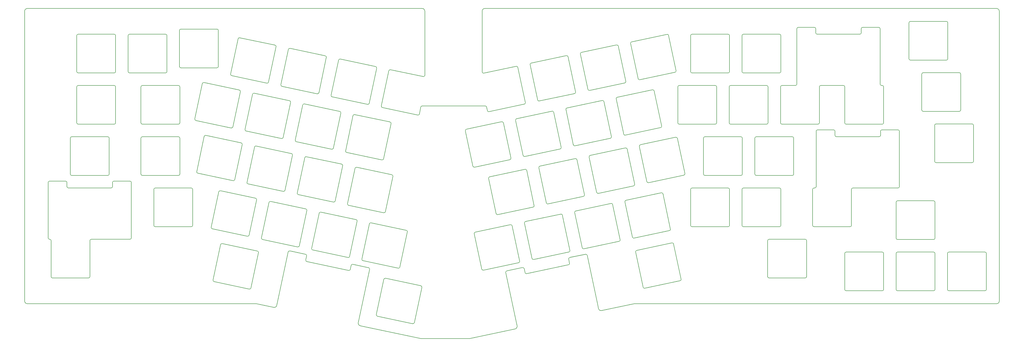
<source format=gm1>
G04 #@! TF.GenerationSoftware,KiCad,Pcbnew,(5.1.10)-1*
G04 #@! TF.CreationDate,2021-10-05T19:05:20+03:00*
G04 #@! TF.ProjectId,kolibriplate,6b6f6c69-6272-4697-906c-6174652e6b69,rev?*
G04 #@! TF.SameCoordinates,Original*
G04 #@! TF.FileFunction,Profile,NP*
%FSLAX46Y46*%
G04 Gerber Fmt 4.6, Leading zero omitted, Abs format (unit mm)*
G04 Created by KiCad (PCBNEW (5.1.10)-1) date 2021-10-05 19:05:20*
%MOMM*%
%LPD*%
G01*
G04 APERTURE LIST*
G04 #@! TA.AperFunction,Profile*
%ADD10C,0.200000*%
G04 #@! TD*
G04 APERTURE END LIST*
D10*
X192206111Y-93279358D02*
G75*
G02*
X191613081Y-92894240I-103956J489074D01*
G01*
X205698407Y-89900312D02*
X202912390Y-76793134D01*
X204197769Y-37568742D02*
X206983786Y-50675920D01*
X222936699Y-125187377D02*
G75*
G02*
X222551581Y-125780407I-489074J-103956D01*
G01*
X209444403Y-128566423D02*
X222551581Y-125780407D01*
X218975981Y-106553665D02*
X216189964Y-93446487D01*
X206065356Y-115074128D02*
G75*
G02*
X206450474Y-114481098I489074J103956D01*
G01*
X188827064Y-79787061D02*
G75*
G02*
X189212183Y-79194032I489074J103955D01*
G01*
X215596934Y-93061369D02*
X202489757Y-95847386D01*
X212333927Y-54803765D02*
X199226749Y-57589782D01*
X205483685Y-109932712D02*
G75*
G02*
X204890655Y-109547594I-103956J489074D01*
G01*
X202104638Y-96440415D02*
G75*
G02*
X202489757Y-95847386I489074J103955D01*
G01*
X212333927Y-54803766D02*
G75*
G02*
X212926956Y-55188883I103956J-489073D01*
G01*
X219557652Y-111695081D02*
X206450474Y-114481098D01*
X219557652Y-111695081D02*
G75*
G02*
X220150682Y-112080199I103956J-489074D01*
G01*
X205698407Y-89900311D02*
G75*
G02*
X205313289Y-90493341I-489074J-103956D01*
G01*
X215712973Y-68296061D02*
X212926956Y-55188883D01*
X224332119Y-85939593D02*
G75*
G02*
X223947001Y-86532623I-489074J-103956D01*
G01*
X221069111Y-47681991D02*
X218283094Y-34574813D01*
X222936699Y-125187377D02*
X220150682Y-112080199D01*
X188827065Y-79787062D02*
X191613081Y-92894240D01*
X206065356Y-115074128D02*
X208851373Y-128181306D01*
X221069111Y-47681991D02*
G75*
G02*
X220683993Y-48275021I-489074J-103956D01*
G01*
X198841631Y-58182812D02*
X201627648Y-71289990D01*
X215712973Y-68296061D02*
G75*
G02*
X215327855Y-68889091I-489074J-103956D01*
G01*
X202319360Y-76408016D02*
G75*
G02*
X202912390Y-76793134I103956J-489074D01*
G01*
X202319360Y-76408016D02*
X189212183Y-79194032D01*
X207576815Y-51061037D02*
G75*
G02*
X206983786Y-50675920I-103956J489073D01*
G01*
X183470927Y-100401134D02*
X186256943Y-113508311D01*
X217690065Y-34189695D02*
X204582887Y-36975712D01*
X183470926Y-100401134D02*
G75*
G02*
X183856044Y-99808104I489074J103956D01*
G01*
X200342269Y-110514383D02*
X197556252Y-97407205D01*
X209444403Y-128566424D02*
G75*
G02*
X208851373Y-128181306I-103956J489074D01*
G01*
X218975981Y-106553665D02*
G75*
G02*
X218590863Y-107146695I-489074J-103956D01*
G01*
X205483685Y-109932712D02*
X218590863Y-107146695D01*
X192206111Y-93279358D02*
X205313289Y-90493341D01*
X198841631Y-58182812D02*
G75*
G02*
X199226749Y-57589782I489074J103956D01*
G01*
X207576815Y-51061037D02*
X220683993Y-48275021D01*
X202220677Y-71675107D02*
G75*
G02*
X201627648Y-71289990I-103956J489073D01*
G01*
X202220677Y-71675108D02*
X215327855Y-68889091D01*
X204197769Y-37568742D02*
G75*
G02*
X204582887Y-36975712I489074J103956D01*
G01*
X202104639Y-96440416D02*
X204890655Y-109547594D01*
X217690065Y-34189696D02*
G75*
G02*
X218283094Y-34574813I103956J-489073D01*
G01*
X196963222Y-97022087D02*
X183856044Y-99808104D01*
X215596934Y-93061369D02*
G75*
G02*
X216189964Y-93446487I103956J-489074D01*
G01*
X196963222Y-97022087D02*
G75*
G02*
X197556252Y-97407205I103956J-489074D01*
G01*
X340920884Y-133303097D02*
X340920884Y-25578098D01*
X192063360Y-135021217D02*
X192292066Y-136097182D01*
X187488821Y-115904573D02*
G75*
G02*
X188081851Y-116289691I103956J-489074D01*
G01*
X205542277Y-134303081D02*
X226670884Y-134303081D01*
X193472045Y-136868689D02*
G75*
G02*
X192292066Y-136097182I-201832J979419D01*
G01*
X340920885Y-133303097D02*
G75*
G02*
X339926523Y-134303082I-1000000J-1D01*
G01*
X286670884Y-134303082D02*
X339926523Y-134303082D01*
X286670884Y-134303099D02*
X286670884Y-134303082D01*
X181619936Y-117152043D02*
X187488821Y-115904573D01*
X181557074Y-119261183D02*
X181234818Y-117745072D01*
X165642887Y-123155017D02*
X181171956Y-119854211D01*
X339920884Y-24578098D02*
X283170886Y-24578099D01*
X225670885Y-24578100D02*
X150143387Y-24578099D01*
X165642887Y-123155016D02*
G75*
G02*
X165049858Y-122769899I-103956J489073D01*
G01*
X230170887Y-24578098D02*
X225670885Y-24578100D01*
X283170886Y-24578099D02*
X230170887Y-24578098D01*
X226670884Y-134303081D02*
X226670884Y-134303099D01*
X226670884Y-134303099D02*
X286670884Y-134303099D01*
X193472045Y-136868690D02*
X205542277Y-134303081D01*
X181557073Y-119261183D02*
G75*
G02*
X181171956Y-119854211I-489073J-103955D01*
G01*
X339920884Y-24578098D02*
G75*
G02*
X340920884Y-25578098I0J-1000000D01*
G01*
X181234818Y-117745072D02*
G75*
G02*
X181619936Y-117152043I489074J103955D01*
G01*
X188081851Y-116289691D02*
X192063360Y-135021217D01*
X149747343Y-48631367D02*
X161788930Y-46071849D01*
X149747343Y-48631367D02*
G75*
G02*
X149143387Y-48142293I-103956J489074D01*
G01*
X297233885Y-53190582D02*
G75*
G02*
X296733885Y-52690582I0J500000D01*
G01*
X297520885Y-53190582D02*
X297233885Y-53190582D01*
X297520885Y-53190582D02*
G75*
G02*
X298020885Y-53690582I0J-500000D01*
G01*
X151675680Y-62943190D02*
G75*
G02*
X151082651Y-62558073I-103956J489073D01*
G01*
X284120885Y-67590582D02*
G75*
G02*
X283620885Y-67090582I0J500000D01*
G01*
X161788930Y-46071850D02*
G75*
G02*
X162381959Y-46456967I103956J-489073D01*
G01*
X162381959Y-46456967D02*
X165167976Y-59564145D01*
X151082651Y-62558073D02*
X150790613Y-61184146D01*
X149143386Y-25578100D02*
G75*
G02*
X150143387Y-24578099I1000001J0D01*
G01*
X149143386Y-25578100D02*
X149143387Y-48142293D01*
X283620885Y-53690582D02*
X283620885Y-67090582D01*
X283120885Y-53190582D02*
G75*
G02*
X283620885Y-53690582I0J-500000D01*
G01*
X289733885Y-32090601D02*
G75*
G02*
X290233885Y-31590601I500000J0D01*
G01*
X296233885Y-31590601D02*
X290233885Y-31590601D01*
X296233885Y-31590601D02*
G75*
G02*
X296733885Y-32090601I0J-500000D01*
G01*
X298020885Y-67090582D02*
X298020885Y-53690582D01*
X296733885Y-52690582D02*
X296733885Y-32090601D01*
X284120885Y-67590582D02*
X297520885Y-67590582D01*
X298020885Y-67090582D02*
G75*
G02*
X297520885Y-67590582I-500000J0D01*
G01*
X164782858Y-60157174D02*
X151675680Y-62943191D01*
X165167976Y-59564144D02*
G75*
G02*
X164782858Y-60157174I-489074J-103956D01*
G01*
X112588950Y-80474998D02*
G75*
G02*
X111995921Y-80860115I-489073J103956D01*
G01*
X126399835Y-127626822D02*
G75*
G02*
X126784953Y-128219852I-103956J-489074D01*
G01*
X245133384Y-72240581D02*
G75*
G02*
X245633384Y-72740581I0J-500000D01*
G01*
X245633384Y-86140581D02*
G75*
G02*
X245133384Y-86640581I-500000J0D01*
G01*
X65840272Y-114754489D02*
X52733094Y-111968472D01*
X112699627Y-125225923D02*
X109913610Y-138333101D01*
X245633384Y-86140581D02*
X245633384Y-72740581D01*
X49739166Y-126053797D02*
X62846343Y-128839814D01*
X112699627Y-125225923D02*
G75*
G02*
X113292657Y-124840805I489074J-103956D01*
G01*
X123998936Y-141327030D02*
X126784953Y-128219852D01*
X123998936Y-141327030D02*
G75*
G02*
X123405906Y-141712148I-489074J103956D01*
G01*
X231733384Y-86640581D02*
X245133384Y-86640581D01*
X52140064Y-112353590D02*
G75*
G02*
X52733094Y-111968472I489074J-103956D01*
G01*
X126399835Y-127626822D02*
X113292657Y-124840805D01*
X49739165Y-126053797D02*
G75*
G02*
X49354048Y-125460768I103956J489073D01*
G01*
X52140064Y-112353590D02*
X49354048Y-125460768D01*
X110298728Y-138926131D02*
G75*
G02*
X109913610Y-138333101I103956J489074D01*
G01*
X104942590Y-118312061D02*
X118049768Y-121098078D01*
X104942590Y-118312061D02*
G75*
G02*
X104557472Y-117719031I103956J489074D01*
G01*
X107343489Y-104611853D02*
X104557472Y-117719031D01*
X107343489Y-104611853D02*
G75*
G02*
X107936519Y-104226735I489074J-103956D01*
G01*
X231733384Y-86640581D02*
G75*
G02*
X231233384Y-86140581I0J500000D01*
G01*
X121043697Y-107012752D02*
G75*
G02*
X121428815Y-107605782I-103956J-489074D01*
G01*
X121043697Y-107012752D02*
X107936519Y-104226735D01*
X63439373Y-128454696D02*
G75*
G02*
X62846343Y-128839814I-489074J103956D01*
G01*
X118642798Y-120712960D02*
X121428815Y-107605782D01*
X65840272Y-114754488D02*
G75*
G02*
X66225390Y-115347518I-103956J-489074D01*
G01*
X63439373Y-128454696D02*
X66225390Y-115347518D01*
X110298728Y-138926131D02*
X123405906Y-141712148D01*
X46086216Y-72115628D02*
X43300200Y-85222806D01*
X76019238Y-92177452D02*
G75*
G02*
X75426208Y-92562570I-489074J103956D01*
G01*
X76019237Y-92177452D02*
X78805254Y-79070274D01*
X115687559Y-86398680D02*
G75*
G02*
X116072677Y-86991710I-103956J-489074D01*
G01*
X83353640Y-80037064D02*
G75*
G02*
X83946670Y-79651946I489074J-103956D01*
G01*
X83776274Y-99091316D02*
G75*
G02*
X84161392Y-99684346I-103956J-489074D01*
G01*
X81375375Y-112791524D02*
X84161392Y-99684346D01*
X100009086Y-116752242D02*
G75*
G02*
X99416057Y-117137359I-489073J103956D01*
G01*
X101289642Y-64373891D02*
X98503625Y-77481069D01*
X98888743Y-78074099D02*
G75*
G02*
X98503625Y-77481069I103956J489074D01*
G01*
X59786424Y-74516526D02*
G75*
G02*
X60171542Y-75109556I-103956J-489074D01*
G01*
X78420135Y-78477245D02*
G75*
G02*
X78805254Y-79070274I-103955J-489074D01*
G01*
X114989849Y-66774790D02*
X101882671Y-63988773D01*
X114989849Y-66774790D02*
G75*
G02*
X115374967Y-67367820I-103956J-489074D01*
G01*
X118642798Y-120712960D02*
G75*
G02*
X118049768Y-121098078I-489074J103956D01*
G01*
X43685318Y-85815834D02*
G75*
G02*
X43300200Y-85222806I103955J489073D01*
G01*
X43685318Y-85815835D02*
X56792495Y-88601852D01*
X81375375Y-112791524D02*
G75*
G02*
X80782345Y-113176642I-489074J103956D01*
G01*
X46086216Y-72115628D02*
G75*
G02*
X46679246Y-71730510I489074J-103956D01*
G01*
X59786424Y-74516526D02*
X46679246Y-71730510D01*
X57385525Y-88216734D02*
X60171542Y-75109556D01*
X101987351Y-83997781D02*
X99201335Y-97104959D01*
X67675168Y-110390625D02*
X80782345Y-113176642D01*
X62319030Y-89776554D02*
X75426208Y-92562570D01*
X65142562Y-95130598D02*
X52035384Y-92344581D01*
X67675167Y-110390624D02*
G75*
G02*
X67290050Y-109797595I103956J489073D01*
G01*
X100009087Y-116752241D02*
X102795103Y-103645064D01*
X62319030Y-89776554D02*
G75*
G02*
X61933912Y-89183524I103956J489074D01*
G01*
X64719929Y-76076346D02*
X61933912Y-89183524D01*
X65142562Y-95130598D02*
G75*
G02*
X65527680Y-95723628I-103956J-489074D01*
G01*
X86308879Y-114351343D02*
X99416057Y-117137359D01*
X97053848Y-82437963D02*
X83946670Y-79651946D01*
X64719928Y-76076346D02*
G75*
G02*
X65312958Y-75691228I489074J-103956D01*
G01*
X102409985Y-103052034D02*
G75*
G02*
X102795103Y-103645064I-103956J-489074D01*
G01*
X78420136Y-78477245D02*
X65312958Y-75691228D01*
X99586453Y-97697989D02*
G75*
G02*
X99201335Y-97104959I103956J489074D01*
G01*
X102409985Y-103052034D02*
X89302807Y-100266017D01*
X51442354Y-92729699D02*
G75*
G02*
X52035384Y-92344581I489074J-103956D01*
G01*
X88709778Y-100651136D02*
G75*
G02*
X89302807Y-100266017I489074J-103955D01*
G01*
X94652949Y-96138170D02*
X97438966Y-83030993D01*
X113286660Y-100098887D02*
G75*
G02*
X112693631Y-100484006I-489074J103955D01*
G01*
X70076066Y-96690418D02*
X67290050Y-109797595D01*
X99586453Y-97697989D02*
X112693631Y-100484006D01*
X80952742Y-93737272D02*
G75*
G02*
X80567624Y-93144242I103956J489074D01*
G01*
X113286660Y-100098888D02*
X116072677Y-86991710D01*
X62741664Y-108830806D02*
G75*
G02*
X62148634Y-109215924I-489074J103956D01*
G01*
X49041456Y-106429907D02*
G75*
G02*
X48656338Y-105836877I103956J489074D01*
G01*
X62741663Y-108830806D02*
X65527680Y-95723628D01*
X51442355Y-92729699D02*
X48656338Y-105836877D01*
X101289641Y-64373891D02*
G75*
G02*
X101882671Y-63988773I489074J-103956D01*
G01*
X86308879Y-114351343D02*
G75*
G02*
X85923761Y-113758313I103956J489074D01*
G01*
X83353640Y-80037064D02*
X80567624Y-93144242D01*
X112588950Y-80474997D02*
X115374967Y-67367820D01*
X80952742Y-93737272D02*
X94059920Y-96523288D01*
X70076067Y-96690417D02*
G75*
G02*
X70669096Y-96305300I489073J-103956D01*
G01*
X97053848Y-82437963D02*
G75*
G02*
X97438966Y-83030993I-103956J-489074D01*
G01*
X57385525Y-88216734D02*
G75*
G02*
X56792495Y-88601852I-489074J103956D01*
G01*
X94652948Y-96138170D02*
G75*
G02*
X94059920Y-96523288I-489073J103955D01*
G01*
X88709778Y-100651135D02*
X85923761Y-113758313D01*
X101987351Y-83997781D02*
G75*
G02*
X102580381Y-83612663I489074J-103956D01*
G01*
X115687559Y-86398680D02*
X102580381Y-83612663D01*
X83776274Y-99091316D02*
X70669096Y-96305300D01*
X49041456Y-106429907D02*
X62148634Y-109215924D01*
X98888743Y-78074099D02*
X111995921Y-80860115D01*
X245520884Y-91790581D02*
G75*
G02*
X246020884Y-91290581I500000J0D01*
G01*
X264683384Y-86140582D02*
G75*
G02*
X264183384Y-86640582I-500000J0D01*
G01*
X226470884Y-91790581D02*
G75*
G02*
X226970884Y-91290581I500000J0D01*
G01*
X231233384Y-72740581D02*
X231233384Y-86140581D01*
X246020884Y-105690581D02*
X259420884Y-105690581D01*
X231233384Y-72740581D02*
G75*
G02*
X231733384Y-72240581I500000J0D01*
G01*
X245133384Y-72240581D02*
X231733384Y-72240581D01*
X240370884Y-91290581D02*
G75*
G02*
X240870884Y-91790581I0J-500000D01*
G01*
X240870884Y-105190581D02*
G75*
G02*
X240370884Y-105690581I-500000J0D01*
G01*
X240370884Y-91290581D02*
X226970884Y-91290581D01*
X250283384Y-72740582D02*
G75*
G02*
X250783384Y-72240582I500000J0D01*
G01*
X264183384Y-72240582D02*
X250783384Y-72240582D01*
X259920884Y-105190581D02*
G75*
G02*
X259420884Y-105690581I-500000J0D01*
G01*
X259420884Y-91290581D02*
X246020884Y-91290581D01*
X246020884Y-105690581D02*
G75*
G02*
X245520884Y-105190581I0J500000D01*
G01*
X245520884Y-91790581D02*
X245520884Y-105190581D01*
X264683384Y-86140582D02*
X264683384Y-72740582D01*
X250783384Y-86640582D02*
G75*
G02*
X250283384Y-86140582I0J500000D01*
G01*
X240870884Y-105190581D02*
X240870884Y-91790581D01*
X226970884Y-105690581D02*
X240370884Y-105690581D01*
X226970884Y-105690581D02*
G75*
G02*
X226470884Y-105190581I0J500000D01*
G01*
X259420884Y-91290581D02*
G75*
G02*
X259920884Y-91790581I0J-500000D01*
G01*
X264183384Y-72240582D02*
G75*
G02*
X264683384Y-72740582I0J-500000D01*
G01*
X254658385Y-53190581D02*
G75*
G02*
X255158385Y-53690581I0J-500000D01*
G01*
X250783384Y-86640582D02*
X264183384Y-86640582D01*
X250283384Y-72740582D02*
X250283384Y-86140582D01*
X226470884Y-91790581D02*
X226470884Y-105190581D01*
X259920884Y-105190581D02*
X259920884Y-91790581D01*
X316958384Y-67978082D02*
X316958384Y-81378082D01*
X284120884Y-129503082D02*
X297520884Y-129503082D01*
X322220884Y-129503082D02*
G75*
G02*
X321720884Y-129003082I0J500000D01*
G01*
X316570884Y-96053082D02*
G75*
G02*
X317070884Y-96553082I0J-500000D01*
G01*
X12723385Y-34140579D02*
X-676615Y-34140579D01*
X254658385Y-53190581D02*
X241258385Y-53190581D01*
X268945884Y-110340582D02*
G75*
G02*
X269445884Y-110840582I0J-500000D01*
G01*
X255545884Y-124740582D02*
X268945884Y-124740582D01*
X255545884Y-124740582D02*
G75*
G02*
X255045884Y-124240582I0J500000D01*
G01*
X303170884Y-110453082D02*
X316570884Y-110453082D01*
X302670884Y-115603082D02*
X302670884Y-129003082D01*
X336120884Y-129003082D02*
G75*
G02*
X335620884Y-129503082I-500000J0D01*
G01*
X13223385Y-48040579D02*
X13223385Y-34640579D01*
X322220884Y-129503082D02*
X335620884Y-129503082D01*
X297520884Y-115103082D02*
X284120884Y-115103082D01*
X302670884Y-115603082D02*
G75*
G02*
X303170884Y-115103082I500000J0D01*
G01*
X316570884Y-115103082D02*
X303170884Y-115103082D01*
X-1176615Y-34640579D02*
X-1176615Y-48040579D01*
X330858384Y-67478082D02*
X317458384Y-67478082D01*
X316570884Y-96053082D02*
X303170884Y-96053082D01*
X335620884Y-115103082D02*
G75*
G02*
X336120884Y-115603082I0J-500000D01*
G01*
X317070884Y-109953082D02*
X317070884Y-96553082D01*
X-676615Y-48540579D02*
X12723385Y-48540579D01*
X12723385Y-34140579D02*
G75*
G02*
X13223385Y-34640579I0J-500000D01*
G01*
X321720884Y-115603082D02*
X321720884Y-129003082D01*
X-1176615Y-34640579D02*
G75*
G02*
X-676615Y-34140579I500000J0D01*
G01*
X331358384Y-81378082D02*
X331358384Y-67978082D01*
X-676615Y-48540579D02*
G75*
G02*
X-1176615Y-48040579I0J500000D01*
G01*
X331358384Y-81378082D02*
G75*
G02*
X330858384Y-81878082I-500000J0D01*
G01*
X255158385Y-67090581D02*
X255158385Y-53690581D01*
X255045884Y-110840582D02*
G75*
G02*
X255545884Y-110340582I500000J0D01*
G01*
X297520884Y-115103082D02*
G75*
G02*
X298020884Y-115603082I0J-500000D01*
G01*
X303170884Y-129503082D02*
X316570884Y-129503082D01*
X317458384Y-81878082D02*
G75*
G02*
X316958384Y-81378082I0J500000D01*
G01*
X316570884Y-115103082D02*
G75*
G02*
X317070884Y-115603082I0J-500000D01*
G01*
X302670884Y-96553082D02*
G75*
G02*
X303170884Y-96053082I500000J0D01*
G01*
X255045884Y-110840582D02*
X255045884Y-124240582D01*
X298020884Y-129003082D02*
G75*
G02*
X297520884Y-129503082I-500000J0D01*
G01*
X283620884Y-115603082D02*
X283620884Y-129003082D01*
X316958384Y-67978082D02*
G75*
G02*
X317458384Y-67478082I500000J0D01*
G01*
X303170884Y-110453082D02*
G75*
G02*
X302670884Y-109953082I0J500000D01*
G01*
X321720884Y-115603082D02*
G75*
G02*
X322220884Y-115103082I500000J0D01*
G01*
X255158385Y-67090581D02*
G75*
G02*
X254658385Y-67590581I-500000J0D01*
G01*
X241258385Y-67590581D02*
X254658385Y-67590581D01*
X241258385Y-67590581D02*
G75*
G02*
X240758385Y-67090581I0J500000D01*
G01*
X240758385Y-53690581D02*
X240758385Y-67090581D01*
X240758385Y-53690581D02*
G75*
G02*
X241258385Y-53190581I500000J0D01*
G01*
X317070884Y-109953082D02*
G75*
G02*
X316570884Y-110453082I-500000J0D01*
G01*
X330858384Y-67478082D02*
G75*
G02*
X331358384Y-67978082I0J-500000D01*
G01*
X269445884Y-124240582D02*
X269445884Y-110840582D01*
X303170884Y-129503082D02*
G75*
G02*
X302670884Y-129003082I0J500000D01*
G01*
X298020884Y-129003082D02*
X298020884Y-115603082D01*
X317070884Y-129003082D02*
G75*
G02*
X316570884Y-129503082I-500000J0D01*
G01*
X284120884Y-129503082D02*
G75*
G02*
X283620884Y-129003082I0J500000D01*
G01*
X317070884Y-129003082D02*
X317070884Y-115603082D01*
X302670884Y-96553082D02*
X302670884Y-109953082D01*
X317458384Y-81878082D02*
X330858384Y-81878082D01*
X335620884Y-115103082D02*
X322220884Y-115103082D01*
X283620884Y-115603082D02*
G75*
G02*
X284120884Y-115103082I500000J0D01*
G01*
X269445884Y-124240582D02*
G75*
G02*
X268945884Y-124740582I-500000J0D01*
G01*
X13223385Y-48040579D02*
G75*
G02*
X12723385Y-48540579I-500000J0D01*
G01*
X31773385Y-34140579D02*
G75*
G02*
X32273385Y-34640579I0J-500000D01*
G01*
X268945884Y-110340582D02*
X255545884Y-110340582D01*
X336120884Y-129003082D02*
X336120884Y-115603082D01*
X200342269Y-110514383D02*
G75*
G02*
X199957151Y-111107413I-489074J-103956D01*
G01*
X186849972Y-113893430D02*
G75*
G02*
X186256943Y-113508311I-103955J489074D01*
G01*
X181708556Y-114475099D02*
X178922540Y-101367921D01*
X187064695Y-93861029D02*
G75*
G02*
X186679577Y-94454059I-489074J-103956D01*
G01*
X173572399Y-97240075D02*
X186679577Y-94454059D01*
X175066503Y-62725201D02*
G75*
G02*
X175659532Y-63110318I103956J-489073D01*
G01*
X159811838Y-80178214D02*
G75*
G02*
X159426720Y-80771244I-489074J-103956D01*
G01*
X146319542Y-83557260D02*
X159426720Y-80771244D01*
X156432792Y-66685918D02*
X143325614Y-69471935D01*
X149582549Y-121814863D02*
X162689727Y-119028846D01*
X154938687Y-101200793D02*
X168045865Y-98414776D01*
X156432791Y-66685918D02*
G75*
G02*
X157025821Y-67071036I103956J-489074D01*
G01*
X159811838Y-80178214D02*
X157025821Y-67071036D01*
X154938687Y-101200792D02*
G75*
G02*
X154345658Y-100815675I-103956J489073D01*
G01*
X178329510Y-100982803D02*
G75*
G02*
X178922540Y-101367921I103956J-489074D01*
G01*
X151559641Y-87708497D02*
X154345658Y-100815675D01*
X168216261Y-117854145D02*
G75*
G02*
X167623231Y-117469027I-103956J489074D01*
G01*
X186849973Y-113893429D02*
X199957151Y-111107413D01*
X163074845Y-118435816D02*
G75*
G02*
X162689727Y-119028846I-489074J-103956D01*
G01*
X151559642Y-87708497D02*
G75*
G02*
X151944759Y-87115468I489073J103956D01*
G01*
X146203503Y-108322567D02*
X148989519Y-121429745D01*
X173572399Y-97240075D02*
G75*
G02*
X172979369Y-96854957I-103956J489074D01*
G01*
X159695798Y-104943521D02*
G75*
G02*
X160288828Y-105328639I103956J-489074D01*
G01*
X187064695Y-93861029D02*
X184278678Y-80753851D01*
X183685648Y-80368733D02*
G75*
G02*
X184278678Y-80753851I103956J-489074D01*
G01*
X178329510Y-100982803D02*
X165222332Y-103768820D01*
X183685649Y-80368733D02*
X170578471Y-83154750D01*
X146203502Y-108322567D02*
G75*
G02*
X146588620Y-107729537I489074J103956D01*
G01*
X159695798Y-104943521D02*
X146588620Y-107729537D01*
X164837214Y-104361849D02*
X167623231Y-117469027D01*
X164837215Y-104361849D02*
G75*
G02*
X165222332Y-103768820I489073J103956D01*
G01*
X142940496Y-70064965D02*
G75*
G02*
X143325614Y-69471935I489074J103956D01*
G01*
X168430982Y-97821747D02*
G75*
G02*
X168045865Y-98414776I-489073J-103956D01*
G01*
X142940496Y-70064965D02*
X145726512Y-83172142D01*
X170193353Y-83747779D02*
X172979369Y-96854957D01*
X149582549Y-121814863D02*
G75*
G02*
X148989519Y-121429745I-103956J489074D01*
G01*
X175066503Y-62725200D02*
X161959325Y-65511217D01*
X165051937Y-84329451D02*
X151944759Y-87115468D01*
X146319541Y-83557261D02*
G75*
G02*
X145726512Y-83172142I-103955J489074D01*
G01*
X165051937Y-84329452D02*
G75*
G02*
X165644966Y-84714569I103956J-489073D01*
G01*
X170193352Y-83747779D02*
G75*
G02*
X170578471Y-83154750I489074J103955D01*
G01*
X163074845Y-118435817D02*
X160288828Y-105328639D01*
X168216261Y-117854145D02*
X181323439Y-115068128D01*
X178445549Y-76217496D02*
X175659532Y-63110318D01*
X168430983Y-97821747D02*
X165644966Y-84714569D01*
X181708556Y-114475099D02*
G75*
G02*
X181323439Y-115068128I-489073J-103956D01*
G01*
X126303241Y-147212909D02*
X144701338Y-147212908D01*
X103982565Y-142490844D02*
G75*
G02*
X103212329Y-141304784I207912J978148D01*
G01*
X162090779Y-142516668D02*
X161862074Y-141440699D01*
X84131148Y-118642336D02*
X99660220Y-121943142D01*
X103441032Y-140228823D02*
X103212329Y-141304784D01*
X162090779Y-142516668D02*
G75*
G02*
X161320543Y-143702728I-978147J-207912D01*
G01*
X157880566Y-122709172D02*
G75*
G02*
X158265684Y-122116142I489074J103956D01*
G01*
X126303241Y-147212908D02*
G75*
G02*
X126095329Y-147191056I0J999999D01*
G01*
X100575508Y-120041915D02*
G75*
G02*
X101168538Y-119656797I489074J-103956D01*
G01*
X161862074Y-141440699D02*
X157880566Y-122709172D01*
X100253249Y-121558023D02*
G75*
G02*
X99660220Y-121943142I-489074J103955D01*
G01*
X144909250Y-147191056D02*
X158875176Y-144222505D01*
X101168538Y-119656797D02*
X107037423Y-120904267D01*
X158875176Y-144222505D02*
X161320543Y-143702728D01*
X100253249Y-121558024D02*
X100575508Y-120041915D01*
X144909250Y-147191056D02*
G75*
G02*
X144701338Y-147212908I-207912J978148D01*
G01*
X103982565Y-142490844D02*
X126095329Y-147191056D01*
X164727599Y-121253790D02*
X165049858Y-122769899D01*
X84131147Y-118642335D02*
G75*
G02*
X83746030Y-118049306I103956J489073D01*
G01*
X107037423Y-120904267D02*
G75*
G02*
X107422541Y-121497297I-103956J-489074D01*
G01*
X164134569Y-120868672D02*
G75*
G02*
X164727599Y-121253790I103956J-489074D01*
G01*
X107422541Y-121497297D02*
X103441032Y-140228823D01*
X158265684Y-122116142D02*
X164134569Y-120868672D01*
X-19508302Y-134303079D02*
G75*
G02*
X-20501614Y-133303101I6689J999979D01*
G01*
X77221256Y-115077815D02*
G75*
G02*
X77814286Y-114692697I489074J-103956D01*
G01*
X73011044Y-134885304D02*
X73239747Y-133809342D01*
X51123384Y-134303101D02*
X51123384Y-134303080D01*
X47623385Y-24578101D02*
X-5376615Y-24578102D01*
X-5376613Y-134303101D02*
X47623386Y-134303102D01*
X-20501615Y-25578103D02*
G75*
G02*
X-19501615Y-24578101I1000001J1D01*
G01*
X-5376615Y-24578102D02*
X-19501615Y-24578101D01*
X126903387Y-24578100D02*
X52123385Y-24578099D01*
X126903387Y-24578100D02*
G75*
G02*
X127903387Y-25578100I0J-1000000D01*
G01*
X-8876616Y-134303102D02*
X-5376613Y-134303101D01*
X51123384Y-134303080D02*
X65462260Y-134303080D01*
X-19508302Y-134303079D02*
X-8876616Y-134303079D01*
X73011044Y-134885304D02*
G75*
G02*
X71831198Y-135656839I-978147J207912D01*
G01*
X-20501615Y-25578103D02*
X-20501615Y-133303101D01*
X83683171Y-115940167D02*
G75*
G02*
X84068289Y-116533197I-103956J-489074D01*
G01*
X73239747Y-133809342D02*
X77221256Y-115077815D01*
X47623386Y-134303102D02*
X51123384Y-134303101D01*
X84068289Y-116533197D02*
X83746030Y-118049306D01*
X65462260Y-134303080D02*
X71831198Y-135656839D01*
X-8876616Y-134303079D02*
X-8876616Y-134303102D01*
X52123385Y-24578099D02*
X47623385Y-24578101D01*
X77814286Y-114692697D02*
X83683171Y-115940167D01*
X286114634Y-91790582D02*
G75*
G02*
X286614634Y-91290582I500000J0D01*
G01*
X27398384Y-91790579D02*
G75*
G02*
X27898384Y-91290579I500000J0D01*
G01*
X286614634Y-91290582D02*
X303377635Y-91290582D01*
X41298384Y-91290579D02*
X27898384Y-91290579D01*
X321333385Y-29378082D02*
G75*
G02*
X321833385Y-29878082I0J-500000D01*
G01*
X23135884Y-86640579D02*
G75*
G02*
X22635884Y-86140579I0J500000D01*
G01*
X22635884Y-72740579D02*
X22635884Y-86140579D01*
X22635884Y-72740579D02*
G75*
G02*
X23135884Y-72240579I500000J0D01*
G01*
X41298384Y-91290579D02*
G75*
G02*
X41798384Y-91790579I0J-500000D01*
G01*
X273001635Y-70190601D02*
X273001635Y-90790582D01*
X41798384Y-105190579D02*
X41798384Y-91790579D01*
X41798384Y-105190579D02*
G75*
G02*
X41298384Y-105690579I-500000J0D01*
G01*
X27898384Y-105690579D02*
X41298384Y-105690579D01*
X321833385Y-43278082D02*
X321833385Y-29878082D01*
X303877635Y-90790582D02*
G75*
G02*
X303377635Y-91290582I-500000J0D01*
G01*
X272214634Y-105690582D02*
X285614634Y-105690582D01*
X296877635Y-70190601D02*
G75*
G02*
X297377635Y-69690601I500000J0D01*
G01*
X286114634Y-105190582D02*
X286114634Y-91790582D01*
X321333385Y-29378082D02*
X307933385Y-29378082D01*
X307933385Y-43778082D02*
G75*
G02*
X307433385Y-43278082I0J500000D01*
G01*
X279501635Y-69690601D02*
X273501635Y-69690601D01*
X307433385Y-29878082D02*
X307433385Y-43278082D01*
X280501635Y-72240582D02*
G75*
G02*
X280001635Y-71740582I0J500000D01*
G01*
X307433385Y-29878082D02*
G75*
G02*
X307933385Y-29378082I500000J0D01*
G01*
X279501635Y-69690601D02*
G75*
G02*
X280001635Y-70190601I0J-500000D01*
G01*
X303877635Y-90790582D02*
X303877635Y-70190601D01*
X280001635Y-71740582D02*
X280001635Y-70190601D01*
X286114634Y-105190582D02*
G75*
G02*
X285614634Y-105690582I-500000J0D01*
G01*
X303377635Y-69690601D02*
X297377635Y-69690601D01*
X272214634Y-105690582D02*
G75*
G02*
X271714634Y-105190582I0J500000D01*
G01*
X303377635Y-69690601D02*
G75*
G02*
X303877635Y-70190601I0J-500000D01*
G01*
X271714634Y-91790582D02*
X271714634Y-105190582D01*
X23135884Y-86640579D02*
X36535884Y-86640579D01*
X36535884Y-72240579D02*
X23135884Y-72240579D01*
X321833385Y-43278082D02*
G75*
G02*
X321333385Y-43778082I-500000J0D01*
G01*
X273001635Y-70190601D02*
G75*
G02*
X273501635Y-69690601I500000J0D01*
G01*
X10342134Y-72240579D02*
X-3057866Y-72240579D01*
X37035884Y-86140579D02*
X37035884Y-72740579D01*
X27898384Y-105690579D02*
G75*
G02*
X27398384Y-105190579I0J500000D01*
G01*
X36535884Y-72240579D02*
G75*
G02*
X37035884Y-72740579I0J-500000D01*
G01*
X307933385Y-43778082D02*
X321333385Y-43778082D01*
X296377635Y-72240582D02*
X280501635Y-72240582D01*
X296877635Y-70190601D02*
X296877635Y-71740582D01*
X27398384Y-91790579D02*
X27398384Y-105190579D01*
X37035884Y-86140579D02*
G75*
G02*
X36535884Y-86640579I-500000J0D01*
G01*
X296877635Y-71740582D02*
G75*
G02*
X296377635Y-72240582I-500000J0D01*
G01*
X32273385Y-48040579D02*
X32273385Y-34640579D01*
X-1176615Y-53690579D02*
G75*
G02*
X-676615Y-53190579I500000J0D01*
G01*
X12723385Y-53190579D02*
X-676615Y-53190579D01*
X326095885Y-48428082D02*
G75*
G02*
X326595885Y-48928082I0J-500000D01*
G01*
X32273385Y-48040579D02*
G75*
G02*
X31773385Y-48540579I-500000J0D01*
G01*
X18373385Y-48540579D02*
G75*
G02*
X17873385Y-48040579I0J500000D01*
G01*
X17873385Y-34640579D02*
X17873385Y-48040579D01*
X12723385Y-53190579D02*
G75*
G02*
X13223385Y-53690579I0J-500000D01*
G01*
X18373385Y-48540579D02*
X31773385Y-48540579D01*
X36923385Y-32735580D02*
X36923385Y-46135580D01*
X13223385Y-67090579D02*
X13223385Y-53690579D01*
X13223385Y-67090579D02*
G75*
G02*
X12723385Y-67590579I-500000J0D01*
G01*
X36923385Y-32735580D02*
G75*
G02*
X37423385Y-32235580I500000J0D01*
G01*
X326595885Y-62328082D02*
X326595885Y-48928082D01*
X31773385Y-34140579D02*
X18373385Y-34140579D01*
X50823385Y-32235580D02*
G75*
G02*
X51323385Y-32735580I0J-500000D01*
G01*
X37423385Y-46635580D02*
G75*
G02*
X36923385Y-46135580I0J500000D01*
G01*
X312695885Y-62828082D02*
G75*
G02*
X312195885Y-62328082I0J500000D01*
G01*
X-676615Y-67590579D02*
X12723385Y-67590579D01*
X51323385Y-46135580D02*
G75*
G02*
X50823385Y-46635580I-500000J0D01*
G01*
X50823385Y-32235580D02*
X37423385Y-32235580D01*
X37423385Y-46635580D02*
X50823385Y-46635580D01*
X326595885Y-62328082D02*
G75*
G02*
X326095885Y-62828082I-500000J0D01*
G01*
X-676615Y-67590579D02*
G75*
G02*
X-1176615Y-67090579I0J500000D01*
G01*
X17873385Y-34640579D02*
G75*
G02*
X18373385Y-34140579I500000J0D01*
G01*
X312695885Y-62828082D02*
X326095885Y-62828082D01*
X-1176615Y-53690579D02*
X-1176615Y-67090579D01*
X51323385Y-46135580D02*
X51323385Y-32735580D01*
X199056353Y-38150413D02*
G75*
G02*
X199649383Y-38535531I103956J-489074D01*
G01*
X59088714Y-54892635D02*
G75*
G02*
X59473832Y-55485665I-103956J-489074D01*
G01*
X96356138Y-62814072D02*
X83248960Y-60028055D01*
X93955239Y-76514280D02*
G75*
G02*
X93362210Y-76899397I-489073J103956D01*
G01*
X183586965Y-75635825D02*
X196694143Y-72849809D01*
X107232812Y-59860926D02*
G75*
G02*
X106639783Y-60246043I-489073J103956D01*
G01*
X93532605Y-57460027D02*
G75*
G02*
X93147487Y-56866997I103956J489074D01*
G01*
X95933504Y-43759820D02*
G75*
G02*
X96526533Y-43374701I489074J-103955D01*
G01*
X45388507Y-52491737D02*
X42602490Y-65598915D01*
X180207919Y-62143530D02*
G75*
G02*
X180593037Y-61550500I489074J103956D01*
G01*
X61621320Y-70152663D02*
X74728498Y-72938679D01*
X77722426Y-58853354D02*
X64615248Y-56067337D01*
X170309391Y-58982472D02*
G75*
G02*
X169716362Y-58597355I-103956J489073D01*
G01*
X56687816Y-68592843D02*
G75*
G02*
X56094786Y-68977961I-489074J103956D01*
G01*
X45388506Y-52491737D02*
G75*
G02*
X45981536Y-52106619I489074J-103956D01*
G01*
X59088714Y-54892636D02*
X45981536Y-52106619D01*
X164953253Y-79596541D02*
G75*
G02*
X164360224Y-79211424I-103956J489073D01*
G01*
X56687815Y-68592843D02*
X59473832Y-55485665D01*
X183801686Y-55603427D02*
G75*
G02*
X183416569Y-56196456I-489073J-103956D01*
G01*
X202435399Y-51642709D02*
G75*
G02*
X202050281Y-52235739I-489074J-103956D01*
G01*
X80255032Y-74113381D02*
X93362210Y-76899397D01*
X183586965Y-75635824D02*
G75*
G02*
X182993936Y-75250707I-103956J489073D01*
G01*
X166930346Y-45490177D02*
G75*
G02*
X167315463Y-44897148I489073J103956D01*
G01*
X170309391Y-58982473D02*
X183416569Y-56196456D01*
X82655931Y-60413173D02*
X79869914Y-73520351D01*
X96356138Y-62814072D02*
G75*
G02*
X96741256Y-63407102I-103956J-489074D01*
G01*
X188943103Y-55021756D02*
G75*
G02*
X188350074Y-54636637I-103955J489074D01*
G01*
X180422641Y-42111131D02*
X167315463Y-44897148D01*
X185564057Y-41529460D02*
X188350074Y-54636637D01*
X109633711Y-46160718D02*
X96526533Y-43374701D01*
X61621320Y-70152663D02*
G75*
G02*
X61236202Y-69559633I103956J489074D01*
G01*
X64022218Y-56452455D02*
G75*
G02*
X64615248Y-56067337I489074J-103956D01*
G01*
X42987608Y-66191945D02*
G75*
G02*
X42602490Y-65598915I103956J489074D01*
G01*
X199056353Y-38150413D02*
X185949175Y-40936430D01*
X197079261Y-72256779D02*
X194293244Y-59149601D01*
X180422641Y-42111132D02*
G75*
G02*
X181015670Y-42496249I103956J-489073D01*
G01*
X161574207Y-66104246D02*
X164360224Y-79211424D01*
X64022219Y-56452455D02*
X61236202Y-69559633D01*
X82655930Y-60413173D02*
G75*
G02*
X83248960Y-60028055I489074J-103956D01*
G01*
X202435399Y-51642709D02*
X199649383Y-38535531D01*
X193700215Y-58764483D02*
X180593037Y-61550500D01*
X93955239Y-76514279D02*
X96741256Y-63407102D01*
X164953253Y-79596542D02*
X178060431Y-76810525D01*
X95933504Y-43759819D02*
X93147487Y-56866997D01*
X161574208Y-66104246D02*
G75*
G02*
X161959325Y-65511217I489073J103956D01*
G01*
X180207919Y-62143529D02*
X182993936Y-75250707D01*
X183801687Y-55603427D02*
X181015670Y-42496249D01*
X178445548Y-76217496D02*
G75*
G02*
X178060431Y-76810525I-489073J-103956D01*
G01*
X188943103Y-55021755D02*
X202050281Y-52235739D01*
X312195885Y-48928082D02*
X312195885Y-62328082D01*
X93532605Y-57460027D02*
X106639783Y-60246043D01*
X312195885Y-48928082D02*
G75*
G02*
X312695885Y-48428082I500000J0D01*
G01*
X326095885Y-48428082D02*
X312695885Y-48428082D01*
X109633711Y-46160718D02*
G75*
G02*
X110018829Y-46753748I-103956J-489074D01*
G01*
X107232813Y-59860925D02*
X110018829Y-46753748D01*
X193700215Y-58764484D02*
G75*
G02*
X194293244Y-59149601I103956J-489073D01*
G01*
X185564057Y-41529460D02*
G75*
G02*
X185949175Y-40936430I489074J103956D01*
G01*
X197079261Y-72256779D02*
G75*
G02*
X196694143Y-72849809I-489074J-103956D01*
G01*
X75321528Y-72553561D02*
G75*
G02*
X74728498Y-72938679I-489074J103956D01*
G01*
X77722425Y-58853354D02*
G75*
G02*
X78107544Y-59446383I-103955J-489074D01*
G01*
X166930345Y-45490177D02*
X169716362Y-58597355D01*
X75321527Y-72553561D02*
X78107544Y-59446383D01*
X80255032Y-74113381D02*
G75*
G02*
X79869914Y-73520351I103956J489074D01*
G01*
X42987608Y-66191944D02*
X56094786Y-68977961D01*
X259808385Y-53690582D02*
G75*
G02*
X260308385Y-53190582I500000J0D01*
G01*
X289233885Y-34140582D02*
X273357885Y-34140582D01*
X274208385Y-67090582D02*
X274208385Y-53690582D01*
X265857885Y-32090601D02*
X265857885Y-52690582D01*
X289733885Y-33640582D02*
G75*
G02*
X289233885Y-34140582I-500000J0D01*
G01*
X274208385Y-67090582D02*
G75*
G02*
X273708385Y-67590582I-500000J0D01*
G01*
X265357885Y-53190582D02*
X260308385Y-53190582D01*
X272357885Y-31590601D02*
X266357885Y-31590601D01*
X272357885Y-31590601D02*
G75*
G02*
X272857885Y-32090601I0J-500000D01*
G01*
X274208385Y-53690582D02*
G75*
G02*
X274708385Y-53190582I500000J0D01*
G01*
X260308385Y-67590582D02*
G75*
G02*
X259808385Y-67090582I0J500000D01*
G01*
X289733885Y-32090601D02*
X289733885Y-33640582D01*
X265857885Y-32090601D02*
G75*
G02*
X266357885Y-31590601I500000J0D01*
G01*
X273357885Y-34140582D02*
G75*
G02*
X272857885Y-33640582I0J500000D01*
G01*
X260308385Y-67590582D02*
X273708385Y-67590582D01*
X259808385Y-53690582D02*
X259808385Y-67090582D01*
X265857885Y-52690582D02*
G75*
G02*
X265357885Y-53190582I-500000J0D01*
G01*
X272857885Y-33640582D02*
X272857885Y-32090601D01*
X19080135Y-109840579D02*
X19080135Y-89240601D01*
X19080135Y-109840579D02*
G75*
G02*
X18580135Y-110340579I-500000J0D01*
G01*
X4198384Y-110340579D02*
X18580135Y-110340579D01*
X3698384Y-110840579D02*
G75*
G02*
X4198384Y-110340579I500000J0D01*
G01*
X274708385Y-53190582D02*
X283120885Y-53190582D01*
X126427142Y-61184146D02*
G75*
G02*
X126916216Y-60788102I489074J-103956D01*
G01*
X127903387Y-49426609D02*
G75*
G02*
X127299431Y-49915683I-500000J0D01*
G01*
X125866525Y-63821644D02*
G75*
G02*
X125273495Y-64206762I-489074J103956D01*
G01*
X114567217Y-47720538D02*
G75*
G02*
X115160245Y-47335420I489073J-103955D01*
G01*
X111781199Y-60827715D02*
X114567216Y-47720538D01*
X150301540Y-60788103D02*
G75*
G02*
X150790613Y-61184146I0J-499999D01*
G01*
X69965390Y-51939491D02*
G75*
G02*
X69372360Y-52324609I-489074J103956D01*
G01*
X55880064Y-48945563D02*
X58666081Y-35838385D01*
X74898894Y-53499309D02*
G75*
G02*
X74513776Y-52906279I103956J489074D01*
G01*
X77299793Y-39799101D02*
X74513776Y-52906279D01*
X56265182Y-49538593D02*
G75*
G02*
X55880064Y-48945563I103956J489074D01*
G01*
X125273495Y-64206762D02*
X112166317Y-61420745D01*
X126427142Y-61184146D02*
X125866525Y-63821644D01*
X58666081Y-35838385D02*
G75*
G02*
X59259111Y-35453267I489074J-103956D01*
G01*
X72366288Y-38239285D02*
G75*
G02*
X72751406Y-38832313I-103955J-489073D01*
G01*
X77299792Y-39799101D02*
G75*
G02*
X77892822Y-39413983I489074J-103956D01*
G01*
X59259111Y-35453267D02*
X72366288Y-38239284D01*
X69372360Y-52324609D02*
X56265182Y-49538593D01*
X127903387Y-49426609D02*
X127903387Y-25578100D01*
X115160245Y-47335420D02*
X127299431Y-49915683D01*
X112166317Y-61420745D02*
G75*
G02*
X111781199Y-60827715I103956J489074D01*
G01*
X150301540Y-60788102D02*
X126916216Y-60788102D01*
X72751406Y-38832313D02*
X69965390Y-51939491D01*
X221708385Y-53690581D02*
X221708385Y-67090581D01*
X226970885Y-48540581D02*
G75*
G02*
X226470885Y-48040581I0J500000D01*
G01*
X220953073Y-72447298D02*
G75*
G02*
X221546102Y-72832415I103956J-489073D01*
G01*
X259420885Y-34140581D02*
G75*
G02*
X259920885Y-34640581I0J-500000D01*
G01*
X224332119Y-85939593D02*
X221546102Y-72832415D01*
X10842134Y-86140579D02*
G75*
G02*
X10342134Y-86640579I-500000J0D01*
G01*
X246020885Y-48540581D02*
X259420885Y-48540581D01*
X240870885Y-48040581D02*
G75*
G02*
X240370885Y-48540581I-500000J0D01*
G01*
X37035885Y-67090579D02*
X37035885Y-53690579D01*
X10842134Y-86140579D02*
X10842134Y-72740579D01*
X226970885Y-48540581D02*
X240370885Y-48540581D01*
X226470885Y-34640581D02*
X226470885Y-48040581D01*
X259920885Y-48040581D02*
X259920885Y-34640581D01*
X235608385Y-53190581D02*
X222208385Y-53190581D01*
X259420885Y-34140581D02*
X246020885Y-34140581D01*
X36535885Y-53190579D02*
G75*
G02*
X37035885Y-53690579I0J-500000D01*
G01*
X23135885Y-67590579D02*
X36535885Y-67590579D01*
X226470885Y-34640581D02*
G75*
G02*
X226970885Y-34140581I500000J0D01*
G01*
X236108385Y-67090581D02*
X236108385Y-53690581D01*
X23135885Y-67590579D02*
G75*
G02*
X22635885Y-67090579I0J500000D01*
G01*
X236108385Y-67090581D02*
G75*
G02*
X235608385Y-67590581I-500000J0D01*
G01*
X245520885Y-34640581D02*
G75*
G02*
X246020885Y-34140581I500000J0D01*
G01*
X-3557866Y-72740579D02*
G75*
G02*
X-3057866Y-72240579I500000J0D01*
G01*
X-3557866Y-72740579D02*
X-3557866Y-86140579D01*
X222208385Y-67590581D02*
G75*
G02*
X221708385Y-67090581I0J500000D01*
G01*
X221708385Y-53690581D02*
G75*
G02*
X222208385Y-53190581I500000J0D01*
G01*
X22635885Y-53690579D02*
X22635885Y-67090579D01*
X-3057866Y-86640579D02*
X10342134Y-86640579D01*
X-3057866Y-86640579D02*
G75*
G02*
X-3557866Y-86140579I0J500000D01*
G01*
X246020885Y-48540581D02*
G75*
G02*
X245520885Y-48040581I0J500000D01*
G01*
X10342134Y-72240579D02*
G75*
G02*
X10842134Y-72740579I0J-500000D01*
G01*
X210839823Y-89318640D02*
X223947001Y-86532623D01*
X259920885Y-48040581D02*
G75*
G02*
X259420885Y-48540581I-500000J0D01*
G01*
X22635885Y-53690579D02*
G75*
G02*
X23135885Y-53190579I500000J0D01*
G01*
X36535885Y-53190579D02*
X23135885Y-53190579D01*
X235608385Y-53190581D02*
G75*
G02*
X236108385Y-53690581I0J-500000D01*
G01*
X210839823Y-89318639D02*
G75*
G02*
X210246794Y-88933522I-103956J489073D01*
G01*
X207460777Y-75826344D02*
X210246794Y-88933522D01*
X207460777Y-75826344D02*
G75*
G02*
X207845895Y-75233314I489074J103956D01*
G01*
X245520885Y-34640581D02*
X245520885Y-48040581D01*
X222208385Y-67590581D02*
X235608385Y-67590581D01*
X240370885Y-34140581D02*
X226970885Y-34140581D01*
X220953073Y-72447297D02*
X207845895Y-75233314D01*
X37035885Y-67090579D02*
G75*
G02*
X36535885Y-67590579I-500000J0D01*
G01*
X240370885Y-34140581D02*
G75*
G02*
X240870885Y-34640581I0J-500000D01*
G01*
X240870885Y-48040581D02*
X240870885Y-34640581D01*
X12080135Y-89240601D02*
G75*
G02*
X12580135Y-88740601I500000J0D01*
G01*
X-4795865Y-90790579D02*
X-4795865Y-89240601D01*
X11580135Y-91290579D02*
X-4295865Y-91290579D01*
X18580135Y-88740601D02*
G75*
G02*
X19080135Y-89240601I0J-500000D01*
G01*
X-11795865Y-89240601D02*
G75*
G02*
X-11295865Y-88740601I500000J0D01*
G01*
X-5295865Y-88740601D02*
G75*
G02*
X-4795865Y-89240601I0J-500000D01*
G01*
X-11201616Y-110340579D02*
G75*
G02*
X-10701616Y-110840579I0J-500000D01*
G01*
X-11295865Y-110340579D02*
X-11201616Y-110340579D01*
X12080135Y-90790579D02*
G75*
G02*
X11580135Y-91290579I-500000J0D01*
G01*
X3698384Y-124240579D02*
G75*
G02*
X3198384Y-124740579I-500000J0D01*
G01*
X18580135Y-88740601D02*
X12580135Y-88740601D01*
X271714634Y-91790582D02*
G75*
G02*
X272214634Y-91290582I500000J0D01*
G01*
X272501635Y-91290582D02*
X272214634Y-91290582D01*
X273001635Y-90790582D02*
G75*
G02*
X272501635Y-91290582I-500000J0D01*
G01*
X3698384Y-124240579D02*
X3698384Y-110840579D01*
X-10201616Y-124740579D02*
X3198384Y-124740579D01*
X-10201616Y-124740579D02*
G75*
G02*
X-10701616Y-124240579I0J500000D01*
G01*
X-11795865Y-89240601D02*
X-11795865Y-109840579D01*
X-11295865Y-110340579D02*
G75*
G02*
X-11795865Y-109840579I0J500000D01*
G01*
X-5295865Y-88740601D02*
X-11295865Y-88740601D01*
X12080135Y-89240601D02*
X12080135Y-90790579D01*
X-10701616Y-110840579D02*
X-10701616Y-124240579D01*
X-4295865Y-91290579D02*
G75*
G02*
X-4795865Y-90790579I0J500000D01*
G01*
X74898894Y-53499309D02*
X88006072Y-56285325D01*
X90999999Y-42200000D02*
G75*
G02*
X91385118Y-42793029I-103955J-489074D01*
G01*
X88599101Y-55900208D02*
G75*
G02*
X88006072Y-56285325I-489073J103956D01*
G01*
X88599101Y-55900207D02*
X91385118Y-42793029D01*
X91000000Y-42200000D02*
X77892822Y-39413983D01*
M02*

</source>
